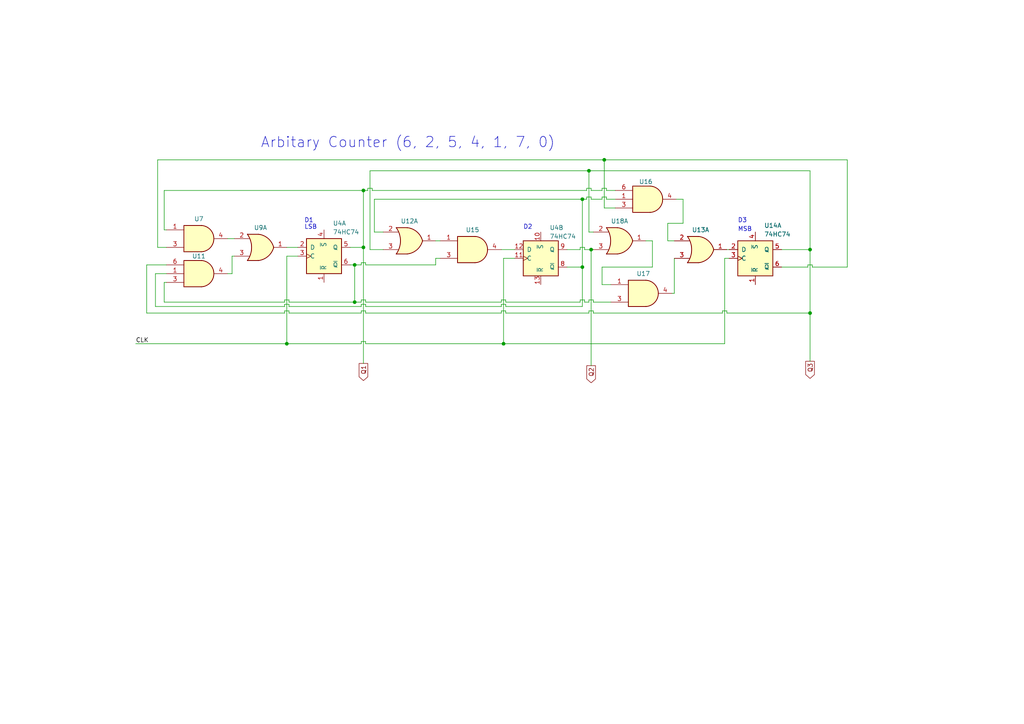
<source format=kicad_sch>
(kicad_sch (version 20230121) (generator eeschema)
  (paper "A4")
  (lib_symbols
    (symbol "000-basic-logic-immo:AND-gate-2-input"
      (property "Reference" "U" (at -5.08 10.16 0))
      (symbol "AND-gate-2-input_0_1"
        (arc (start 0 -3.81) (mid 3.609 0) (end 0 3.81) (stroke (width 0.254)) (fill (type background)))
        (polyline (pts (xy 0 -3.81) (xy -5.08 -3.81) (xy -5.08 3.81) (xy 0 3.81)) (stroke (width 0.254)) (fill (type background)))
      )
      (symbol "AND-gate-2-input_1_1"
        (pin input line (at -10.16 2.54 0) (length 5) (name "~") (number "1"))
        (pin input line (at -10.16 -2.54 0) (length 5) (name "~") (number "3"))
        (pin output line (at 7.62 0 180) (length 4) (name "~") (number "4"))
      )
    )
    (symbol "000-basic-logic-immo:OR-gate-2-input" (pin_names (offset 1.016))
      (property "Reference" "U" (at 0 1.27 0))
      (symbol "OR-gate-2-input_1_1"
        (arc (start -3.81 -3.81) (mid -2.589 0) (end -3.81 3.81) (stroke (width 0.254)))
        (arc (start -0.6096 -3.81) (mid 2.1842 -2.5851) (end 3.81 0) (stroke (width 0.254)) (fill (type background)))
        (polyline (pts (xy -3.81 -3.81) (xy -0.635 -3.81)) (stroke (width 0.254)) (fill (type background)))
        (polyline (pts (xy -3.81 3.81) (xy -0.635 3.81)) (stroke (width 0.254)) (fill (type background)))
        (polyline (pts (xy -0.635 3.81) (xy -3.81 3.81) (xy -3.81 3.81) (xy -3.556 3.4036) (xy -3.0226 2.2606) (xy -2.6924 1.0414) (xy -2.6162 -0.254) (xy -2.7686 -1.4986) (xy -3.175 -2.7178) (xy -3.81 -3.81) (xy -3.81 -3.81) (xy -0.635 -3.81)) (stroke (width -25.4)) (fill (type background)))
        (arc (start 3.81 0) (mid 2.1915 2.5936) (end -0.6096 3.81) (stroke (width 0.254)) (fill (type background)))
        (pin output line (at 7.62 0 180) (length 3.81) (name "~") (number "1"))
        (pin input line (at -7.62 2.54 0) (length 4.318) (name "~") (number "2"))
        (pin input line (at -7.62 -2.54 0) (length 4.318) (name "~") (number "3"))
      )
      (symbol "OR-gate-2-input_1_2"
        (arc (start 0 -3.81) (mid 3.7934 0) (end 0 3.81) (stroke (width 0.254)) (fill (type background)))
        (polyline (pts (xy 0 3.81) (xy -3.81 3.81) (xy -3.81 -3.81) (xy 0 -3.81)) (stroke (width 0.254)) (fill (type background)))
        (pin output line (at 7.62 0 180) (length 3.81) (name "~") (number "1"))
        (pin input inverted (at -7.62 2.54 0) (length 3.81) (name "~") (number "2"))
        (pin input inverted (at -7.62 -2.54 0) (length 3.81) (name "~") (number "3"))
      )
      (symbol "OR-gate-2-input_2_1"
        (arc (start -3.81 -3.81) (mid -2.589 0) (end -3.81 3.81) (stroke (width 0.254)))
        (arc (start -0.6096 -3.81) (mid 2.1842 -2.5851) (end 3.81 0) (stroke (width 0.254)) (fill (type background)))
        (polyline (pts (xy -3.81 -3.81) (xy -0.635 -3.81)) (stroke (width 0.254)) (fill (type background)))
        (polyline (pts (xy -3.81 3.81) (xy -0.635 3.81)) (stroke (width 0.254)) (fill (type background)))
        (polyline (pts (xy -0.635 3.81) (xy -3.81 3.81) (xy -3.81 3.81) (xy -3.556 3.4036) (xy -3.0226 2.2606) (xy -2.6924 1.0414) (xy -2.6162 -0.254) (xy -2.7686 -1.4986) (xy -3.175 -2.7178) (xy -3.81 -3.81) (xy -3.81 -3.81) (xy -0.635 -3.81)) (stroke (width -25.4)) (fill (type background)))
        (arc (start 3.81 0) (mid 2.1915 2.5936) (end -0.6096 3.81) (stroke (width 0.254)) (fill (type background)))
        (pin output inverted (at 7.62 0 180) (length 3.81) (name "~") (number "4"))
        (pin input line (at -7.62 2.54 0) (length 4.318) (name "~") (number "5"))
        (pin input line (at -7.62 -2.54 0) (length 4.318) (name "~") (number "6"))
      )
      (symbol "OR-gate-2-input_2_2"
        (arc (start 0 -3.81) (mid 3.7934 0) (end 0 3.81) (stroke (width 0.254)) (fill (type background)))
        (polyline (pts (xy 0 3.81) (xy -3.81 3.81) (xy -3.81 -3.81) (xy 0 -3.81)) (stroke (width 0.254)) (fill (type background)))
        (pin output line (at 7.62 0 180) (length 3.81) (name "~") (number "4"))
        (pin input inverted (at -7.62 2.54 0) (length 3.81) (name "~") (number "5"))
        (pin input inverted (at -7.62 -2.54 0) (length 3.81) (name "~") (number "6"))
      )
      (symbol "OR-gate-2-input_3_1"
        (arc (start -3.81 -3.81) (mid -2.589 0) (end -3.81 3.81) (stroke (width 0.254)))
        (arc (start -0.6096 -3.81) (mid 2.1842 -2.5851) (end 3.81 0) (stroke (width 0.254)) (fill (type background)))
        (polyline (pts (xy -3.81 -3.81) (xy -0.635 -3.81)) (stroke (width 0.254)) (fill (type background)))
        (polyline (pts (xy -3.81 3.81) (xy -0.635 3.81)) (stroke (width 0.254)) (fill (type background)))
        (polyline (pts (xy -0.635 3.81) (xy -3.81 3.81) (xy -3.81 3.81) (xy -3.556 3.4036) (xy -3.0226 2.2606) (xy -2.6924 1.0414) (xy -2.6162 -0.254) (xy -2.7686 -1.4986) (xy -3.175 -2.7178) (xy -3.81 -3.81) (xy -3.81 -3.81) (xy -0.635 -3.81)) (stroke (width -25.4)) (fill (type background)))
        (arc (start 3.81 0) (mid 2.1915 2.5936) (end -0.6096 3.81) (stroke (width 0.254)) (fill (type background)))
        (pin output inverted (at 7.62 0 180) (length 3.81) (name "~") (number "10"))
        (pin input line (at -7.62 2.54 0) (length 4.318) (name "~") (number "8"))
        (pin input line (at -7.62 -2.54 0) (length 4.318) (name "~") (number "9"))
      )
      (symbol "OR-gate-2-input_3_2"
        (arc (start 0 -3.81) (mid 3.7934 0) (end 0 3.81) (stroke (width 0.254)) (fill (type background)))
        (polyline (pts (xy 0 3.81) (xy -3.81 3.81) (xy -3.81 -3.81) (xy 0 -3.81)) (stroke (width 0.254)) (fill (type background)))
        (pin output line (at 7.62 0 180) (length 3.81) (name "~") (number "10"))
        (pin input inverted (at -7.62 2.54 0) (length 3.81) (name "~") (number "8"))
        (pin input inverted (at -7.62 -2.54 0) (length 3.81) (name "~") (number "9"))
      )
      (symbol "OR-gate-2-input_4_1"
        (arc (start -3.81 -3.81) (mid -2.589 0) (end -3.81 3.81) (stroke (width 0.254)))
        (arc (start -0.6096 -3.81) (mid 2.1842 -2.5851) (end 3.81 0) (stroke (width 0.254)) (fill (type background)))
        (polyline (pts (xy -3.81 -3.81) (xy -0.635 -3.81)) (stroke (width 0.254)) (fill (type background)))
        (polyline (pts (xy -3.81 3.81) (xy -0.635 3.81)) (stroke (width 0.254)) (fill (type background)))
        (polyline (pts (xy -0.635 3.81) (xy -3.81 3.81) (xy -3.81 3.81) (xy -3.556 3.4036) (xy -3.0226 2.2606) (xy -2.6924 1.0414) (xy -2.6162 -0.254) (xy -2.7686 -1.4986) (xy -3.175 -2.7178) (xy -3.81 -3.81) (xy -3.81 -3.81) (xy -0.635 -3.81)) (stroke (width -25.4)) (fill (type background)))
        (arc (start 3.81 0) (mid 2.1915 2.5936) (end -0.6096 3.81) (stroke (width 0.254)) (fill (type background)))
        (pin input line (at -7.62 2.54 0) (length 4.318) (name "~") (number "11"))
        (pin input line (at -7.62 -2.54 0) (length 4.318) (name "~") (number "12"))
        (pin output inverted (at 7.62 0 180) (length 3.81) (name "~") (number "13"))
      )
      (symbol "OR-gate-2-input_4_2"
        (arc (start 0 -3.81) (mid 3.7934 0) (end 0 3.81) (stroke (width 0.254)) (fill (type background)))
        (polyline (pts (xy 0 3.81) (xy -3.81 3.81) (xy -3.81 -3.81) (xy 0 -3.81)) (stroke (width 0.254)) (fill (type background)))
        (pin input inverted (at -7.62 2.54 0) (length 3.81) (name "~") (number "11"))
        (pin input inverted (at -7.62 -2.54 0) (length 3.81) (name "~") (number "12"))
        (pin output line (at 7.62 0 180) (length 3.81) (name "~") (number "13"))
      )
      (symbol "OR-gate-2-input_5_0"
        (pin power_in line (at 0 12.7 270) (length 5.08) (name "VCC") (number "14"))
        (pin power_in line (at 0 -12.7 90) (length 5.08) (name "GND") (number "7"))
      )
      (symbol "OR-gate-2-input_5_1"
        (rectangle (start -5.08 7.62) (end 5.08 -7.62) (stroke (width 0.254)) (fill (type background)))
      )
    )
    (symbol "74xx:74HC74" (pin_names (offset 1.016))
      (property "Reference" "U" (at -7.62 8.89 0))
      (property "Value" "74HC74" (at -7.62 -8.89 0))
      (symbol "74HC74_1_0"
        (pin input line (at 0 -7.62 90) (length 2.54) (name "~{R}") (number "1"))
        (pin input line (at -7.62 2.54 0) (length 2.54) (name "D") (number "2"))
        (pin input clock (at -7.62 0 0) (length 2.54) (name "C") (number "3"))
        (pin input line (at 0 7.62 270) (length 2.54) (name "~{S}") (number "4"))
        (pin output line (at 7.62 2.54 180) (length 2.54) (name "Q") (number "5"))
        (pin output line (at 7.62 -2.54 180) (length 2.54) (name "~{Q}") (number "6"))
      )
      (symbol "74HC74_1_1"
        (rectangle (start -5.08 5.08) (end 5.08 -5.08) (stroke (width 0.254)) (fill (type background)))
      )
      (symbol "74HC74_2_0"
        (pin input line (at 0 7.62 270) (length 2.54) (name "~{S}") (number "10"))
        (pin input clock (at -7.62 0 0) (length 2.54) (name "C") (number "11"))
        (pin input line (at -7.62 2.54 0) (length 2.54) (name "D") (number "12"))
        (pin input line (at 0 -7.62 90) (length 2.54) (name "~{R}") (number "13"))
        (pin output line (at 7.62 -2.54 180) (length 2.54) (name "~{Q}") (number "8"))
        (pin output line (at 7.62 2.54 180) (length 2.54) (name "Q") (number "9"))
      )
      (symbol "74HC74_2_1"
        (rectangle (start -5.08 5.08) (end 5.08 -5.08) (stroke (width 0.254)) (fill (type background)))
      )
      (symbol "74HC74_3_0"
        (pin power_in line (at 0 10.16 270) (length 2.54) (name "VCC") (number "14"))
        (pin power_in line (at 0 -10.16 90) (length 2.54) (name "GND") (number "7"))
      )
      (symbol "74HC74_3_1"
        (rectangle (start -5.08 7.62) (end 5.08 -7.62) (stroke (width 0.254)) (fill (type background)))
      )
    )
    (symbol "AND-gate-3-input_2"
      (property "Reference" "U" (at -5.08 10.16 0))
      (symbol "AND-gate-3-input_2_0_1"
        (arc (start 0 -3.81) (mid 3.609 0) (end 0 3.81) (stroke (width 0.254)) (fill (type background)))
        (polyline (pts (xy 0 -3.81) (xy -5.08 -3.81) (xy -5.08 3.81) (xy 0 3.81)) (stroke (width 0.254)) (fill (type background)))
      )
      (symbol "AND-gate-3-input_2_1_1"
        (pin input line (at -10.16 0 0) (length 5) (name "~") (number "1"))
        (pin input line (at -10.16 -2.54 0) (length 5) (name "~") (number "3"))
        (pin output line (at 7.62 0 180) (length 4) (name "~") (number "4"))
        (pin input line (at -10.16 2.54 0) (length 5) (name "~") (number "6"))
      )
    )
  )
  (junction (at 102.87 76.835))
  (junction (at 175.26 46.355))
  (junction (at 105.41 71.755))
  (junction (at 234.95 90.805))
  (junction (at 171.45 72.39))
  (junction (at 168.91 57.785))
  (junction (at 83.185 99.695))
  (junction (at 102.87 87.63))
  (junction (at 105.41 55.245))
  (junction (at 168.91 77.47))
  (junction (at 170.815 49.53))
  (junction (at 234.95 72.39))
  (junction (at 146.05 99.695))
  (wire (pts (xy 175.26 46.355) (xy 175.26 60.325)))
  (wire (pts (xy 174.625 57.785) (xy 174.625 57.15)))
  (wire (pts (xy 209.55 90.805) (xy 209.55 90.17)))
  (wire (pts (xy 168.91 57.785) (xy 170.18 57.785)))
  (wire (pts (xy 66.04 69.215) (xy 67.945 69.215)))
  (wire (pts (xy 169.545 87.63) (xy 170.815 87.63)))
  (wire (pts (xy 171.45 72.39) (xy 171.45 106.045)))
  (wire (pts (xy 67.31 74.295) (xy 67.945 74.295)))
  (wire (pts (xy 105.41 55.245) (xy 105.41 71.755)))
  (wire (pts (xy 108.585 67.31) (xy 111.125 67.31)))
  (wire (pts (xy 235.585 77.47) (xy 245.745 77.47)))
  (wire (pts (xy 83.82 88.265) (xy 83.82 88.9)))
  (wire (pts (xy 104.775 90.805) (xy 104.775 90.17)))
  (wire (pts (xy 170.815 90.805) (xy 146.685 90.805)))
  (wire (pts (xy 198.12 57.785) (xy 198.12 64.77)))
  (wire (pts (xy 105.41 71.755) (xy 105.41 105.41)))
  (wire (pts (xy 106.045 90.17) (xy 106.045 90.805)))
  (wire (pts (xy 145.415 72.39) (xy 149.225 72.39)))
  (wire (pts (xy 82.55 86.995) (xy 82.55 87.63)))
  (wire (pts (xy 106.045 99.06) (xy 106.045 99.695)))
  (wire (pts (xy 82.55 88.265) (xy 83.82 88.265)))
  (wire (pts (xy 164.465 77.47) (xy 168.91 77.47)))
  (wire (pts (xy 107.315 49.53) (xy 107.315 72.39)))
  (wire (pts (xy 210.185 74.93) (xy 211.455 74.93)))
  (wire (pts (xy 226.695 72.39) (xy 234.95 72.39)))
  (wire (pts (xy 175.895 57.15) (xy 175.895 57.785)))
  (wire (pts (xy 168.91 88.9) (xy 146.685 88.9)))
  (wire (pts (xy 168.275 71.755) (xy 168.275 72.39)))
  (wire (pts (xy 146.685 86.995) (xy 146.685 87.63)))
  (wire (pts (xy 170.815 49.53) (xy 170.815 67.31)))
  (wire (pts (xy 47.625 66.675) (xy 48.26 66.675)))
  (wire (pts (xy 169.545 71.755) (xy 168.275 71.755)))
  (wire (pts (xy 102.87 76.835) (xy 104.775 76.835)))
  (wire (pts (xy 106.045 88.265) (xy 106.045 88.9)))
  (wire (pts (xy 174.625 55.245) (xy 174.625 54.61)))
  (wire (pts (xy 83.185 74.295) (xy 83.185 99.695)))
  (wire (pts (xy 193.675 69.85) (xy 195.58 69.85)))
  (wire (pts (xy 106.68 54.61) (xy 107.95 54.61)))
  (wire (pts (xy 170.815 49.53) (xy 234.95 49.53)))
  (wire (pts (xy 175.895 54.61) (xy 175.895 55.245)))
  (wire (pts (xy 170.18 57.15) (xy 171.45 57.15)))
  (wire (pts (xy 145.415 88.9) (xy 145.415 88.265)))
  (wire (pts (xy 174.625 82.55) (xy 177.165 82.55)))
  (wire (pts (xy 170.815 67.31) (xy 172.085 67.31)))
  (wire (pts (xy 172.085 72.39) (xy 171.45 72.39)))
  (wire (pts (xy 82.55 90.17) (xy 83.82 90.17)))
  (wire (pts (xy 171.45 55.245) (xy 174.625 55.245)))
  (wire (pts (xy 210.82 90.805) (xy 234.95 90.805)))
  (wire (pts (xy 234.95 90.805) (xy 234.95 104.775)))
  (wire (pts (xy 198.12 64.77) (xy 193.675 64.77)))
  (wire (pts (xy 146.685 90.17) (xy 146.685 90.805)))
  (wire (pts (xy 83.82 87.63) (xy 83.82 86.995)))
  (wire (pts (xy 146.05 74.93) (xy 146.05 99.695)))
  (wire (pts (xy 108.585 57.785) (xy 108.585 67.31)))
  (wire (pts (xy 104.775 99.06) (xy 106.045 99.06)))
  (wire (pts (xy 104.775 99.06) (xy 104.775 99.695)))
  (wire (pts (xy 209.55 90.17) (xy 210.82 90.17)))
  (wire (pts (xy 169.545 72.39) (xy 171.45 72.39)))
  (wire (pts (xy 171.45 57.785) (xy 174.625 57.785)))
  (wire (pts (xy 83.82 90.805) (xy 104.775 90.805)))
  (wire (pts (xy 170.18 55.245) (xy 170.18 54.61)))
  (wire (pts (xy 170.815 90.805) (xy 170.815 90.17)))
  (wire (pts (xy 47.625 87.63) (xy 82.55 87.63)))
  (wire (pts (xy 172.085 90.17) (xy 172.085 90.805)))
  (wire (pts (xy 101.6 71.755) (xy 105.41 71.755)))
  (wire (pts (xy 102.87 87.63) (xy 104.775 87.63)))
  (wire (pts (xy 45.72 71.755) (xy 48.26 71.755)))
  (wire (pts (xy 42.545 76.835) (xy 48.26 76.835)))
  (wire (pts (xy 107.315 72.39) (xy 111.125 72.39)))
  (wire (pts (xy 83.82 87.63) (xy 102.87 87.63)))
  (wire (pts (xy 209.55 90.805) (xy 172.085 90.805)))
  (wire (pts (xy 145.415 86.995) (xy 146.685 86.995)))
  (wire (pts (xy 106.045 86.995) (xy 106.045 87.63)))
  (wire (pts (xy 175.26 60.325) (xy 178.435 60.325)))
  (wire (pts (xy 82.55 88.9) (xy 45.085 88.9)))
  (wire (pts (xy 106.045 87.63) (xy 145.415 87.63)))
  (wire (pts (xy 126.365 76.835) (xy 126.365 74.93)))
  (wire (pts (xy 234.95 72.39) (xy 234.95 49.53)))
  (wire (pts (xy 106.045 90.805) (xy 145.415 90.805)))
  (wire (pts (xy 104.775 86.995) (xy 106.045 86.995)))
  (wire (pts (xy 104.775 88.9) (xy 83.82 88.9)))
  (wire (pts (xy 67.31 79.375) (xy 67.31 74.295)))
  (wire (pts (xy 169.545 86.995) (xy 169.545 87.63)))
  (wire (pts (xy 170.815 90.17) (xy 172.085 90.17)))
  (wire (pts (xy 106.045 76.2) (xy 106.045 76.835)))
  (wire (pts (xy 193.675 64.77) (xy 193.675 69.85)))
  (wire (pts (xy 145.415 87.63) (xy 145.415 86.995)))
  (wire (pts (xy 175.26 46.355) (xy 45.72 46.355)))
  (wire (pts (xy 102.87 76.835) (xy 102.87 87.63)))
  (wire (pts (xy 105.41 55.245) (xy 106.68 55.245)))
  (wire (pts (xy 195.58 85.09) (xy 194.945 85.09)))
  (wire (pts (xy 101.6 76.835) (xy 102.87 76.835)))
  (wire (pts (xy 168.275 72.39) (xy 164.465 72.39)))
  (wire (pts (xy 83.82 90.17) (xy 83.82 90.805)))
  (wire (pts (xy 105.41 55.245) (xy 47.625 55.245)))
  (wire (pts (xy 146.685 87.63) (xy 168.275 87.63)))
  (wire (pts (xy 210.82 72.39) (xy 211.455 72.39)))
  (wire (pts (xy 170.815 87.63) (xy 170.815 86.995)))
  (wire (pts (xy 45.085 88.9) (xy 45.085 79.375)))
  (wire (pts (xy 107.315 49.53) (xy 170.815 49.53)))
  (wire (pts (xy 47.625 81.915) (xy 48.26 81.915)))
  (wire (pts (xy 210.185 74.93) (xy 210.185 99.695)))
  (wire (pts (xy 172.085 86.995) (xy 172.085 87.63)))
  (wire (pts (xy 171.45 54.61) (xy 171.45 55.245)))
  (wire (pts (xy 170.18 57.785) (xy 170.18 57.15)))
  (wire (pts (xy 145.415 88.9) (xy 106.045 88.9)))
  (wire (pts (xy 82.55 90.805) (xy 82.55 90.17)))
  (wire (pts (xy 104.775 88.265) (xy 106.045 88.265)))
  (wire (pts (xy 245.745 46.355) (xy 175.26 46.355)))
  (wire (pts (xy 82.55 86.995) (xy 83.82 86.995)))
  (wire (pts (xy 83.185 74.295) (xy 86.36 74.295)))
  (wire (pts (xy 66.04 79.375) (xy 67.31 79.375)))
  (wire (pts (xy 187.325 69.85) (xy 189.23 69.85)))
  (wire (pts (xy 83.185 99.695) (xy 104.775 99.695)))
  (wire (pts (xy 234.95 72.39) (xy 234.95 90.805)))
  (wire (pts (xy 106.045 76.835) (xy 126.365 76.835)))
  (wire (pts (xy 168.275 86.995) (xy 169.545 86.995)))
  (wire (pts (xy 169.545 72.39) (xy 169.545 71.755)))
  (wire (pts (xy 106.68 55.245) (xy 106.68 54.61)))
  (wire (pts (xy 104.775 90.17) (xy 106.045 90.17)))
  (wire (pts (xy 126.365 69.85) (xy 127.635 69.85)))
  (wire (pts (xy 175.895 55.245) (xy 178.435 55.245)))
  (wire (pts (xy 171.45 57.15) (xy 171.45 57.785)))
  (wire (pts (xy 39.37 99.695) (xy 83.185 99.695)))
  (wire (pts (xy 168.91 57.785) (xy 168.91 77.47)))
  (wire (pts (xy 47.625 55.245) (xy 47.625 66.675)))
  (wire (pts (xy 195.58 85.09) (xy 195.58 74.93)))
  (wire (pts (xy 82.55 88.9) (xy 82.55 88.265)))
  (wire (pts (xy 189.23 77.47) (xy 174.625 77.47)))
  (wire (pts (xy 86.36 71.755) (xy 83.185 71.755)))
  (wire (pts (xy 234.315 77.47) (xy 234.315 76.835)))
  (wire (pts (xy 146.05 99.695) (xy 210.185 99.695)))
  (wire (pts (xy 42.545 90.805) (xy 42.545 76.835)))
  (wire (pts (xy 234.315 76.835) (xy 235.585 76.835)))
  (wire (pts (xy 245.745 77.47) (xy 245.745 46.355)))
  (wire (pts (xy 106.045 99.695) (xy 146.05 99.695)))
  (wire (pts (xy 170.18 54.61) (xy 171.45 54.61)))
  (wire (pts (xy 172.085 87.63) (xy 177.165 87.63)))
  (wire (pts (xy 174.625 77.47) (xy 174.625 82.55)))
  (wire (pts (xy 210.82 90.17) (xy 210.82 90.805)))
  (wire (pts (xy 45.085 79.375) (xy 48.26 79.375)))
  (wire (pts (xy 146.05 74.93) (xy 149.225 74.93)))
  (wire (pts (xy 104.775 88.9) (xy 104.775 88.265)))
  (wire (pts (xy 174.625 57.15) (xy 175.895 57.15)))
  (wire (pts (xy 175.895 57.785) (xy 178.435 57.785)))
  (wire (pts (xy 196.215 57.785) (xy 198.12 57.785)))
  (wire (pts (xy 82.55 90.805) (xy 42.545 90.805)))
  (wire (pts (xy 174.625 54.61) (xy 175.895 54.61)))
  (wire (pts (xy 45.72 46.355) (xy 45.72 71.755)))
  (wire (pts (xy 145.415 88.265) (xy 146.685 88.265)))
  (wire (pts (xy 104.775 76.835) (xy 104.775 76.2)))
  (wire (pts (xy 104.775 87.63) (xy 104.775 86.995)))
  (wire (pts (xy 189.23 69.85) (xy 189.23 77.47)))
  (wire (pts (xy 107.95 55.245) (xy 170.18 55.245)))
  (wire (pts (xy 168.275 87.63) (xy 168.275 86.995)))
  (wire (pts (xy 145.415 90.17) (xy 146.685 90.17)))
  (wire (pts (xy 235.585 76.835) (xy 235.585 77.47)))
  (wire (pts (xy 170.815 86.995) (xy 172.085 86.995)))
  (wire (pts (xy 146.685 88.265) (xy 146.685 88.9)))
  (wire (pts (xy 104.775 76.2) (xy 106.045 76.2)))
  (wire (pts (xy 126.365 74.93) (xy 127.635 74.93)))
  (wire (pts (xy 47.625 87.63) (xy 47.625 81.915)))
  (wire (pts (xy 168.91 77.47) (xy 168.91 88.9)))
  (wire (pts (xy 145.415 90.805) (xy 145.415 90.17)))
  (wire (pts (xy 168.91 57.785) (xy 108.585 57.785)))
  (wire (pts (xy 107.95 54.61) (xy 107.95 55.245)))
  (wire (pts (xy 226.695 77.47) (xy 234.315 77.47)))
  (text "MSB" (at 213.995 67.31 0) (effects (font (size 1.27 1.27)) (justify left bottom)))
  (text "D2" (at 151.765 66.675 0) (effects (font (size 1.27 1.27)) (justify left bottom)))
  (text "LSB" (at 88.265 66.675 0) (effects (font (size 1.27 1.27)) (justify left bottom)))
  (text "D3" (at 213.995 64.77 0) (effects (font (size 1.27 1.27)) (justify left bottom)))
  (text "D1" (at 88.265 64.77 0) (effects (font (size 1.27 1.27)) (justify left bottom)))
  (text "Arbitary Counter (6, 2, 5, 4, 1, 7, 0)" (at 75.565 43.18 0) (effects (font (size 3 3)) (justify left bottom)))
  (label "CLK" (at 39.37 99.695 0))
  (global_label "Q1" (shape output) (at 105.41 105.41 270) (property "Intersheetrefs" "${INTERSHEET_REFS}" (effects hide)))
  (global_label "Q2" (shape output) (at 171.45 106.045 270) (property "Intersheetrefs" "${INTERSHEET_REFS}" (effects hide)))
  (global_label "Q3" (shape output) (at 234.95 104.775 270) (property "Intersheetrefs" "${INTERSHEET_REFS}" (effects hide)))
  (symbol (lib_id "000-basic-logic-immo:OR-gate-2-input") (at 118.745 69.85 0) (unit 1)
    (property "Reference" "U12" (at 118.745 64.135 0))
    (property "Value" "OR-gate-2-input" (effects hide))
  )
  (symbol (lib_id "000-basic-logic-immo:AND-gate-2-input") (at 187.325 85.09 0) (unit 1)
    (property "Reference" "U17" (at 186.5895 79.375 0))
    (property "Value" "AND-gate-2-input" (effects hide))
    (instances (project "synchronus-up-counter" (path "" (reference "U17") (unit 1)) (path "" (reference "U15") (unit 1))))
  )
  (symbol (lib_id "000-basic-logic-immo:OR-gate-2-input") (at 179.705 69.85 0) (unit 1)
    (property "Reference" "U18" (at 179.705 64.135 0))
    (property "Value" "OR-gate-2-input" (effects hide))
    (instances (project "synchronus-up-counter" (path "" (reference "U18") (unit 1)) (path "" (reference "U14") (unit 1))))
  )
  (symbol (lib_id "74xx:74HC74") (at 156.845 74.93 0) (unit 2)
    (property "Reference" "U4" (at 159.4105 66.04 0) (effects (justify left)))
    (property "Value" "74HC74" (at 159.4105 68.58 0) (effects (justify left)))
    (property "Datasheet" "74xx/74hc_hct74.pdf" (effects hide))
    (instances (project "synchronus-up-counter" (path "" (reference "U4") (unit 2)) (path "" (reference "U11") (unit 2))))
  )
  (symbol (lib_id "000-basic-logic-immo:OR-gate-2-input") (at 75.565 71.755 0) (unit 1)
    (property "Reference" "U9" (at 75.565 66.04 0))
    (property "Value" "OR-gate-2-input" (effects hide))
  )
  (symbol (lib_id "000-basic-logic-immo:AND-gate-2-input") (at 58.42 69.215 0) (unit 1)
    (property "Reference" "U7" (at 57.6845 63.5 0))
    (property "Value" "AND-gate-2-input" (effects hide))
    (instances (project "synchronus-up-counter" (path "" (reference "U7") (unit 1)) (path "" (reference "U4") (unit 1))))
  )
  (symbol (lib_name "AND-gate-3-input_2") (lib_id "000-basic-logic-immo:AND-gate-3-input") (at 58.42 79.375 0) (unit 1)
    (property "Reference" "U11" (at 57.6845 74.295 0))
    (property "Value" "AND-gate-3-input" (effects hide))
    (instances (project "synchronus-up-counter" (path "" (reference "U11") (unit 1)) (path "" (reference "U7") (unit 1))))
  )
  (symbol (lib_id "74xx:74HC74") (at 93.98 74.295 0) (unit 1)
    (property "Reference" "U4" (at 96.5455 64.77 0) (effects (justify left)))
    (property "Value" "74HC74" (at 96.5455 67.31 0) (effects (justify left)))
    (property "Datasheet" "74xx/74hc_hct74.pdf" (effects hide))
    (instances (project "synchronus-up-counter" (path "" (reference "U4") (unit 1)) (path "" (reference "U11") (unit 1))))
  )
  (symbol (lib_id "74xx:74HC74") (at 219.075 74.93 0) (unit 1)
    (property "Reference" "U14" (at 221.6405 65.405 0) (effects (justify left)))
    (property "Value" "74HC74" (at 221.6405 67.945 0) (effects (justify left)))
    (property "Datasheet" "74xx/74hc_hct74.pdf" (effects hide))
    (instances (project "synchronus-up-counter" (path "" (reference "U14") (unit 1)) (path "" (reference "U18") (unit 1))))
  )
  (symbol (lib_id "000-basic-logic-immo:OR-gate-2-input") (at 203.2 72.39 0) (unit 1)
    (property "Reference" "U13" (at 203.2 66.675 0))
    (property "Value" "OR-gate-2-input" (effects hide))
    (instances (project "synchronus-up-counter" (path "" (reference "U13") (unit 1)) (path "" (reference "U17") (unit 1))))
  )
  (symbol (lib_id "000-basic-logic-immo:AND-gate-2-input") (at 137.795 72.39 0) (unit 1)
    (property "Reference" "U15" (at 137.0595 66.675 0))
    (property "Value" "AND-gate-2-input" (effects hide))
    (instances (project "synchronus-up-counter" (path "" (reference "U15") (unit 1)) (path "" (reference "U13") (unit 1))))
  )
  (symbol (lib_name "AND-gate-3-input_2") (lib_id "000-basic-logic-immo:AND-gate-3-input") (at 188.595 57.785 0) (unit 1)
    (property "Reference" "U16" (at 187.325 52.705 0))
    (property "Value" "AND-gate-3-input" (effects hide))
  )
)
</source>
